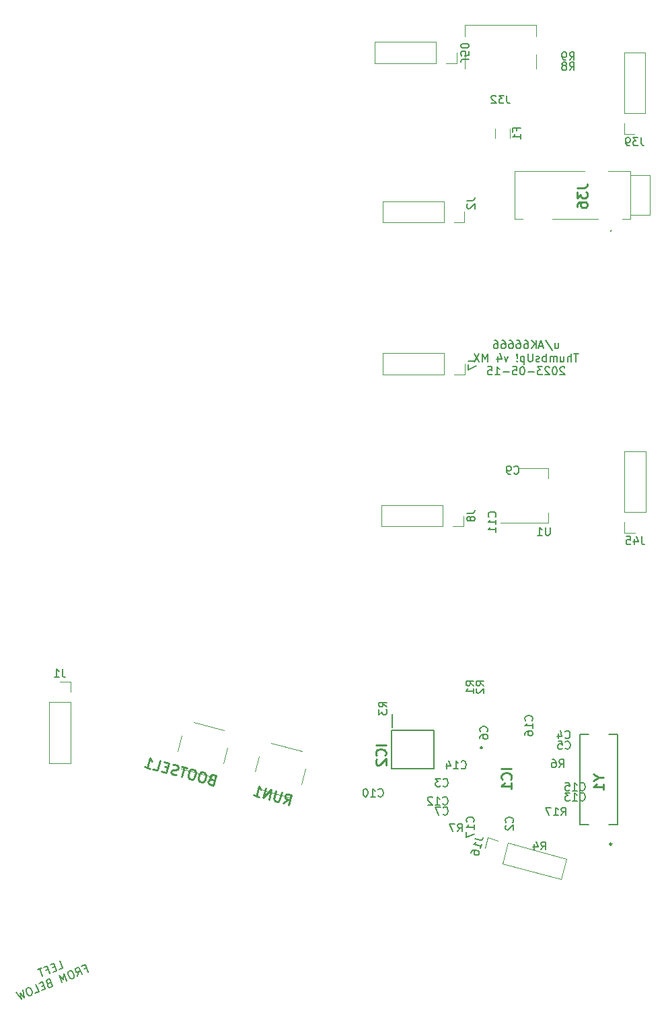
<source format=gbr>
G04 #@! TF.GenerationSoftware,KiCad,Pcbnew,(5.1.4)-1*
G04 #@! TF.CreationDate,2023-05-19T09:13:52-04:00*
G04 #@! TF.ProjectId,ThumbsUp,5468756d-6273-4557-902e-6b696361645f,rev?*
G04 #@! TF.SameCoordinates,Original*
G04 #@! TF.FileFunction,Legend,Bot*
G04 #@! TF.FilePolarity,Positive*
%FSLAX46Y46*%
G04 Gerber Fmt 4.6, Leading zero omitted, Abs format (unit mm)*
G04 Created by KiCad (PCBNEW (5.1.4)-1) date 2023-05-19 09:13:52*
%MOMM*%
%LPD*%
G04 APERTURE LIST*
%ADD10C,0.150000*%
%ADD11C,0.100000*%
%ADD12C,0.120000*%
%ADD13C,0.200000*%
%ADD14C,0.254000*%
G04 APERTURE END LIST*
D10*
X118819047Y-407335714D02*
X118819047Y-408002380D01*
X119247619Y-407335714D02*
X119247619Y-407859523D01*
X119200000Y-407954761D01*
X119104761Y-408002380D01*
X118961904Y-408002380D01*
X118866666Y-407954761D01*
X118819047Y-407907142D01*
X117628571Y-406954761D02*
X118485714Y-408240476D01*
X117342857Y-407716666D02*
X116866666Y-407716666D01*
X117438095Y-408002380D02*
X117104761Y-407002380D01*
X116771428Y-408002380D01*
X116438095Y-408002380D02*
X116438095Y-407002380D01*
X115866666Y-408002380D02*
X116295238Y-407430952D01*
X115866666Y-407002380D02*
X116438095Y-407573809D01*
X115009523Y-407002380D02*
X115200000Y-407002380D01*
X115295238Y-407050000D01*
X115342857Y-407097619D01*
X115438095Y-407240476D01*
X115485714Y-407430952D01*
X115485714Y-407811904D01*
X115438095Y-407907142D01*
X115390476Y-407954761D01*
X115295238Y-408002380D01*
X115104761Y-408002380D01*
X115009523Y-407954761D01*
X114961904Y-407907142D01*
X114914285Y-407811904D01*
X114914285Y-407573809D01*
X114961904Y-407478571D01*
X115009523Y-407430952D01*
X115104761Y-407383333D01*
X115295238Y-407383333D01*
X115390476Y-407430952D01*
X115438095Y-407478571D01*
X115485714Y-407573809D01*
X114057142Y-407002380D02*
X114247619Y-407002380D01*
X114342857Y-407050000D01*
X114390476Y-407097619D01*
X114485714Y-407240476D01*
X114533333Y-407430952D01*
X114533333Y-407811904D01*
X114485714Y-407907142D01*
X114438095Y-407954761D01*
X114342857Y-408002380D01*
X114152380Y-408002380D01*
X114057142Y-407954761D01*
X114009523Y-407907142D01*
X113961904Y-407811904D01*
X113961904Y-407573809D01*
X114009523Y-407478571D01*
X114057142Y-407430952D01*
X114152380Y-407383333D01*
X114342857Y-407383333D01*
X114438095Y-407430952D01*
X114485714Y-407478571D01*
X114533333Y-407573809D01*
X113104761Y-407002380D02*
X113295238Y-407002380D01*
X113390476Y-407050000D01*
X113438095Y-407097619D01*
X113533333Y-407240476D01*
X113580952Y-407430952D01*
X113580952Y-407811904D01*
X113533333Y-407907142D01*
X113485714Y-407954761D01*
X113390476Y-408002380D01*
X113200000Y-408002380D01*
X113104761Y-407954761D01*
X113057142Y-407907142D01*
X113009523Y-407811904D01*
X113009523Y-407573809D01*
X113057142Y-407478571D01*
X113104761Y-407430952D01*
X113200000Y-407383333D01*
X113390476Y-407383333D01*
X113485714Y-407430952D01*
X113533333Y-407478571D01*
X113580952Y-407573809D01*
X112152380Y-407002380D02*
X112342857Y-407002380D01*
X112438095Y-407050000D01*
X112485714Y-407097619D01*
X112580952Y-407240476D01*
X112628571Y-407430952D01*
X112628571Y-407811904D01*
X112580952Y-407907142D01*
X112533333Y-407954761D01*
X112438095Y-408002380D01*
X112247619Y-408002380D01*
X112152380Y-407954761D01*
X112104761Y-407907142D01*
X112057142Y-407811904D01*
X112057142Y-407573809D01*
X112104761Y-407478571D01*
X112152380Y-407430952D01*
X112247619Y-407383333D01*
X112438095Y-407383333D01*
X112533333Y-407430952D01*
X112580952Y-407478571D01*
X112628571Y-407573809D01*
X111200000Y-407002380D02*
X111390476Y-407002380D01*
X111485714Y-407050000D01*
X111533333Y-407097619D01*
X111628571Y-407240476D01*
X111676190Y-407430952D01*
X111676190Y-407811904D01*
X111628571Y-407907142D01*
X111580952Y-407954761D01*
X111485714Y-408002380D01*
X111295238Y-408002380D01*
X111200000Y-407954761D01*
X111152380Y-407907142D01*
X111104761Y-407811904D01*
X111104761Y-407573809D01*
X111152380Y-407478571D01*
X111200000Y-407430952D01*
X111295238Y-407383333D01*
X111485714Y-407383333D01*
X111580952Y-407430952D01*
X111628571Y-407478571D01*
X111676190Y-407573809D01*
X121795238Y-408652380D02*
X121223809Y-408652380D01*
X121509523Y-409652380D02*
X121509523Y-408652380D01*
X120890476Y-409652380D02*
X120890476Y-408652380D01*
X120461904Y-409652380D02*
X120461904Y-409128571D01*
X120509523Y-409033333D01*
X120604761Y-408985714D01*
X120747619Y-408985714D01*
X120842857Y-409033333D01*
X120890476Y-409080952D01*
X119557142Y-408985714D02*
X119557142Y-409652380D01*
X119985714Y-408985714D02*
X119985714Y-409509523D01*
X119938095Y-409604761D01*
X119842857Y-409652380D01*
X119700000Y-409652380D01*
X119604761Y-409604761D01*
X119557142Y-409557142D01*
X119080952Y-409652380D02*
X119080952Y-408985714D01*
X119080952Y-409080952D02*
X119033333Y-409033333D01*
X118938095Y-408985714D01*
X118795238Y-408985714D01*
X118700000Y-409033333D01*
X118652380Y-409128571D01*
X118652380Y-409652380D01*
X118652380Y-409128571D02*
X118604761Y-409033333D01*
X118509523Y-408985714D01*
X118366666Y-408985714D01*
X118271428Y-409033333D01*
X118223809Y-409128571D01*
X118223809Y-409652380D01*
X117747619Y-409652380D02*
X117747619Y-408652380D01*
X117747619Y-409033333D02*
X117652380Y-408985714D01*
X117461904Y-408985714D01*
X117366666Y-409033333D01*
X117319047Y-409080952D01*
X117271428Y-409176190D01*
X117271428Y-409461904D01*
X117319047Y-409557142D01*
X117366666Y-409604761D01*
X117461904Y-409652380D01*
X117652380Y-409652380D01*
X117747619Y-409604761D01*
X116890476Y-409604761D02*
X116795238Y-409652380D01*
X116604761Y-409652380D01*
X116509523Y-409604761D01*
X116461904Y-409509523D01*
X116461904Y-409461904D01*
X116509523Y-409366666D01*
X116604761Y-409319047D01*
X116747619Y-409319047D01*
X116842857Y-409271428D01*
X116890476Y-409176190D01*
X116890476Y-409128571D01*
X116842857Y-409033333D01*
X116747619Y-408985714D01*
X116604761Y-408985714D01*
X116509523Y-409033333D01*
X116033333Y-408652380D02*
X116033333Y-409461904D01*
X115985714Y-409557142D01*
X115938095Y-409604761D01*
X115842857Y-409652380D01*
X115652380Y-409652380D01*
X115557142Y-409604761D01*
X115509523Y-409557142D01*
X115461904Y-409461904D01*
X115461904Y-408652380D01*
X114985714Y-408985714D02*
X114985714Y-409985714D01*
X114985714Y-409033333D02*
X114890476Y-408985714D01*
X114700000Y-408985714D01*
X114604761Y-409033333D01*
X114557142Y-409080952D01*
X114509523Y-409176190D01*
X114509523Y-409461904D01*
X114557142Y-409557142D01*
X114604761Y-409604761D01*
X114700000Y-409652380D01*
X114890476Y-409652380D01*
X114985714Y-409604761D01*
X114080952Y-409557142D02*
X114033333Y-409604761D01*
X114080952Y-409652380D01*
X114128571Y-409604761D01*
X114080952Y-409557142D01*
X114080952Y-409652380D01*
X114080952Y-409271428D02*
X114128571Y-408700000D01*
X114080952Y-408652380D01*
X114033333Y-408700000D01*
X114080952Y-409271428D01*
X114080952Y-408652380D01*
X112938095Y-408985714D02*
X112700000Y-409652380D01*
X112461904Y-408985714D01*
X111652380Y-408985714D02*
X111652380Y-409652380D01*
X111890476Y-408604761D02*
X112128571Y-409319047D01*
X111509523Y-409319047D01*
X110366666Y-409652380D02*
X110366666Y-408652380D01*
X110033333Y-409366666D01*
X109700000Y-408652380D01*
X109700000Y-409652380D01*
X109319047Y-408652380D02*
X108652380Y-409652380D01*
X108652380Y-408652380D02*
X109319047Y-409652380D01*
X120057142Y-410397619D02*
X120009523Y-410350000D01*
X119914285Y-410302380D01*
X119676190Y-410302380D01*
X119580952Y-410350000D01*
X119533333Y-410397619D01*
X119485714Y-410492857D01*
X119485714Y-410588095D01*
X119533333Y-410730952D01*
X120104761Y-411302380D01*
X119485714Y-411302380D01*
X118866666Y-410302380D02*
X118771428Y-410302380D01*
X118676190Y-410350000D01*
X118628571Y-410397619D01*
X118580952Y-410492857D01*
X118533333Y-410683333D01*
X118533333Y-410921428D01*
X118580952Y-411111904D01*
X118628571Y-411207142D01*
X118676190Y-411254761D01*
X118771428Y-411302380D01*
X118866666Y-411302380D01*
X118961904Y-411254761D01*
X119009523Y-411207142D01*
X119057142Y-411111904D01*
X119104761Y-410921428D01*
X119104761Y-410683333D01*
X119057142Y-410492857D01*
X119009523Y-410397619D01*
X118961904Y-410350000D01*
X118866666Y-410302380D01*
X118152380Y-410397619D02*
X118104761Y-410350000D01*
X118009523Y-410302380D01*
X117771428Y-410302380D01*
X117676190Y-410350000D01*
X117628571Y-410397619D01*
X117580952Y-410492857D01*
X117580952Y-410588095D01*
X117628571Y-410730952D01*
X118200000Y-411302380D01*
X117580952Y-411302380D01*
X117247619Y-410302380D02*
X116628571Y-410302380D01*
X116961904Y-410683333D01*
X116819047Y-410683333D01*
X116723809Y-410730952D01*
X116676190Y-410778571D01*
X116628571Y-410873809D01*
X116628571Y-411111904D01*
X116676190Y-411207142D01*
X116723809Y-411254761D01*
X116819047Y-411302380D01*
X117104761Y-411302380D01*
X117200000Y-411254761D01*
X117247619Y-411207142D01*
X116200000Y-410921428D02*
X115438095Y-410921428D01*
X114771428Y-410302380D02*
X114676190Y-410302380D01*
X114580952Y-410350000D01*
X114533333Y-410397619D01*
X114485714Y-410492857D01*
X114438095Y-410683333D01*
X114438095Y-410921428D01*
X114485714Y-411111904D01*
X114533333Y-411207142D01*
X114580952Y-411254761D01*
X114676190Y-411302380D01*
X114771428Y-411302380D01*
X114866666Y-411254761D01*
X114914285Y-411207142D01*
X114961904Y-411111904D01*
X115009523Y-410921428D01*
X115009523Y-410683333D01*
X114961904Y-410492857D01*
X114914285Y-410397619D01*
X114866666Y-410350000D01*
X114771428Y-410302380D01*
X113533333Y-410302380D02*
X114009523Y-410302380D01*
X114057142Y-410778571D01*
X114009523Y-410730952D01*
X113914285Y-410683333D01*
X113676190Y-410683333D01*
X113580952Y-410730952D01*
X113533333Y-410778571D01*
X113485714Y-410873809D01*
X113485714Y-411111904D01*
X113533333Y-411207142D01*
X113580952Y-411254761D01*
X113676190Y-411302380D01*
X113914285Y-411302380D01*
X114009523Y-411254761D01*
X114057142Y-411207142D01*
X113057142Y-410921428D02*
X112295238Y-410921428D01*
X111295238Y-411302380D02*
X111866666Y-411302380D01*
X111580952Y-411302380D02*
X111580952Y-410302380D01*
X111676190Y-410445238D01*
X111771428Y-410540476D01*
X111866666Y-410588095D01*
X110390476Y-410302380D02*
X110866666Y-410302380D01*
X110914285Y-410778571D01*
X110866666Y-410730952D01*
X110771428Y-410683333D01*
X110533333Y-410683333D01*
X110438095Y-410730952D01*
X110390476Y-410778571D01*
X110342857Y-410873809D01*
X110342857Y-411111904D01*
X110390476Y-411207142D01*
X110438095Y-411254761D01*
X110533333Y-411302380D01*
X110771428Y-411302380D01*
X110866666Y-411254761D01*
X110914285Y-411207142D01*
X56436513Y-486053139D02*
X56878029Y-485874755D01*
X56503422Y-484947571D01*
X55931229Y-485692340D02*
X55622167Y-485817209D01*
X55685935Y-486356392D02*
X56127451Y-486178008D01*
X55752845Y-485250824D01*
X55311329Y-485429208D01*
X54783287Y-486156139D02*
X55092348Y-486031270D01*
X55288571Y-486516938D02*
X54913964Y-485589754D01*
X54472448Y-485768138D01*
X54251690Y-485857330D02*
X53721870Y-486071391D01*
X54361387Y-486891545D02*
X53986780Y-485964361D01*
X59595791Y-485991343D02*
X59904852Y-485866474D01*
X60101075Y-486352142D02*
X59726468Y-485424958D01*
X59284952Y-485603342D01*
X58776526Y-486887294D02*
X58907204Y-486320909D01*
X59306346Y-486673233D02*
X58931739Y-485746050D01*
X58578526Y-485888757D01*
X58508061Y-485968585D01*
X58481748Y-486030575D01*
X58473273Y-486136717D01*
X58526789Y-486269172D01*
X58606617Y-486339637D01*
X58668607Y-486365950D01*
X58774749Y-486374425D01*
X59127962Y-486231717D01*
X57827949Y-486192010D02*
X57651342Y-486263364D01*
X57580878Y-486343192D01*
X57528251Y-486467172D01*
X57555453Y-486661617D01*
X57680322Y-486970678D01*
X57795827Y-487129446D01*
X57919807Y-487182073D01*
X58025949Y-487190547D01*
X58202555Y-487119194D01*
X58273020Y-487039365D01*
X58325647Y-486915385D01*
X58298445Y-486720940D01*
X58173576Y-486411879D01*
X58058071Y-486253111D01*
X57934090Y-486200485D01*
X57827949Y-486192010D01*
X57407826Y-487440285D02*
X57033220Y-486513101D01*
X56991735Y-487300244D01*
X56415097Y-486762839D01*
X56789704Y-487690023D01*
X55136478Y-487793023D02*
X55021862Y-487890689D01*
X54995549Y-487952679D01*
X54987074Y-488058821D01*
X55040589Y-488191276D01*
X55120417Y-488261741D01*
X55182407Y-488288054D01*
X55288549Y-488296529D01*
X55641762Y-488153821D01*
X55267155Y-487226638D01*
X54958094Y-487351506D01*
X54887629Y-487431335D01*
X54861316Y-487493325D01*
X54852841Y-487599467D01*
X54888518Y-487687770D01*
X54968346Y-487758235D01*
X55030337Y-487784548D01*
X55136478Y-487793023D01*
X55445539Y-487668154D01*
X54518356Y-488042760D02*
X54209294Y-488167629D01*
X54273062Y-488706812D02*
X54714578Y-488528428D01*
X54339971Y-487601244D01*
X53898455Y-487779628D01*
X53434181Y-489045742D02*
X53875697Y-488867358D01*
X53501091Y-487940174D01*
X52573907Y-488314781D02*
X52397301Y-488386134D01*
X52326836Y-488465963D01*
X52274209Y-488589943D01*
X52301411Y-488784388D01*
X52426280Y-489093449D01*
X52541785Y-489252217D01*
X52665766Y-489304843D01*
X52771907Y-489313318D01*
X52948514Y-489241964D01*
X53018978Y-489162136D01*
X53071605Y-489038156D01*
X53044403Y-488843711D01*
X52919534Y-488534650D01*
X52804029Y-488375882D01*
X52680049Y-488323255D01*
X52573907Y-488314781D01*
X51867481Y-488600195D02*
X52021330Y-489616571D01*
X51577147Y-489025650D01*
X51668117Y-489759278D01*
X51072752Y-488921286D01*
D11*
X86910920Y-462746986D02*
X87431929Y-460816041D01*
X81118085Y-461183959D02*
X81639094Y-459253014D01*
X81562548Y-463375409D02*
X85424439Y-464417427D01*
X83125575Y-457582573D02*
X86987466Y-458624591D01*
X77133175Y-460146986D02*
X77654184Y-458216041D01*
X71340340Y-458583959D02*
X71861349Y-456653014D01*
X71784803Y-460775409D02*
X75646694Y-461817427D01*
X73347830Y-454982573D02*
X77209721Y-456024591D01*
D12*
X106460000Y-372150000D02*
X106460000Y-370820000D01*
X105130000Y-372150000D02*
X106460000Y-372150000D01*
X103860000Y-372150000D02*
X103860000Y-369490000D01*
X103860000Y-369490000D02*
X96180000Y-369490000D01*
X103860000Y-372150000D02*
X96180000Y-372150000D01*
X96180000Y-372150000D02*
X96180000Y-369490000D01*
X107510000Y-372835000D02*
X107510000Y-371035000D01*
X107510000Y-367325000D02*
X107510000Y-368785000D01*
X116450000Y-367325000D02*
X116450000Y-368785000D01*
X116450000Y-372835000D02*
X116450000Y-371035000D01*
X116450000Y-367325000D02*
X107510000Y-367325000D01*
D13*
X125900000Y-393150000D02*
G75*
G03X125900000Y-393250000I0J-50000D01*
G01*
X125900000Y-393250000D02*
G75*
G03X125900000Y-393150000I0J50000D01*
G01*
X125900000Y-393150000D02*
G75*
G03X125900000Y-393250000I0J-50000D01*
G01*
X125900000Y-393250000D02*
X125900000Y-393250000D01*
X125900000Y-393150000D02*
X125900000Y-393150000D01*
X125900000Y-393250000D02*
X125900000Y-393250000D01*
D11*
X124300000Y-391725000D02*
X118550000Y-391725000D01*
X124300000Y-391725000D02*
X124300000Y-391725000D01*
X118550000Y-391725000D02*
X124300000Y-391725000D01*
X118550000Y-391725000D02*
X118550000Y-391725000D01*
X114800000Y-391725000D02*
X113800000Y-391725000D01*
X114800000Y-391725000D02*
X114800000Y-391725000D01*
X113800000Y-391725000D02*
X114800000Y-391725000D01*
X113800000Y-391725000D02*
X113800000Y-391725000D01*
X113800000Y-385725000D02*
X113800000Y-385725000D01*
X113800000Y-391725000D02*
X113800000Y-385725000D01*
X113800000Y-391725000D02*
X113800000Y-391725000D01*
X113800000Y-385725000D02*
X113800000Y-391725000D01*
X113800000Y-385725000D02*
X122550000Y-385725000D01*
X113800000Y-385725000D02*
X113800000Y-385725000D01*
X122550000Y-385725000D02*
X113800000Y-385725000D01*
X122550000Y-385725000D02*
X122550000Y-385725000D01*
X125550000Y-385725000D02*
X128300000Y-385725000D01*
X125550000Y-385725000D02*
X125550000Y-385725000D01*
X128300000Y-385725000D02*
X125550000Y-385725000D01*
X128300000Y-385725000D02*
X128300000Y-385725000D01*
X128300000Y-386200000D02*
X128300000Y-386200000D01*
X128300000Y-385725000D02*
X128300000Y-386200000D01*
X128300000Y-385725000D02*
X128300000Y-385725000D01*
X128300000Y-386200000D02*
X128300000Y-385725000D01*
X130800000Y-391250000D02*
X128300000Y-391250000D01*
X130800000Y-386225000D02*
X130800000Y-391250000D01*
X128300000Y-386225000D02*
X130800000Y-386225000D01*
X128300000Y-391250000D02*
X128300000Y-386225000D01*
X128300000Y-391725000D02*
X128300000Y-391725000D01*
X128300000Y-391250000D02*
X128300000Y-391725000D01*
X128300000Y-391250000D02*
X128300000Y-391250000D01*
X128300000Y-391725000D02*
X128300000Y-391250000D01*
X128300000Y-391725000D02*
X127300000Y-391725000D01*
X128300000Y-391725000D02*
X128300000Y-391725000D01*
X127300000Y-391725000D02*
X128300000Y-391725000D01*
X127300000Y-391725000D02*
X127300000Y-391725000D01*
D12*
X127546095Y-381048305D02*
X128876095Y-381048305D01*
X127546095Y-379718305D02*
X127546095Y-381048305D01*
X127546095Y-378448305D02*
X130206095Y-378448305D01*
X130206095Y-378448305D02*
X130206095Y-370768305D01*
X127546095Y-378448305D02*
X127546095Y-370768305D01*
X127546095Y-370768305D02*
X130206095Y-370768305D01*
X127610599Y-431174893D02*
X128940599Y-431174893D01*
X127610599Y-429844893D02*
X127610599Y-431174893D01*
X127610599Y-428574893D02*
X130270599Y-428574893D01*
X130270599Y-428574893D02*
X130270599Y-420894893D01*
X127610599Y-428574893D02*
X127610599Y-420894893D01*
X127610599Y-420894893D02*
X130270599Y-420894893D01*
X57862789Y-449862952D02*
X56532789Y-449862952D01*
X57862789Y-451192952D02*
X57862789Y-449862952D01*
X57862789Y-452462952D02*
X55202789Y-452462952D01*
X55202789Y-452462952D02*
X55202789Y-460142952D01*
X57862789Y-452462952D02*
X57862789Y-460142952D01*
X57862789Y-460142952D02*
X55202789Y-460142952D01*
X107326974Y-430350972D02*
X107326974Y-429020972D01*
X105996974Y-430350972D02*
X107326974Y-430350972D01*
X104726974Y-430350972D02*
X104726974Y-427690972D01*
X104726974Y-427690972D02*
X97046974Y-427690972D01*
X104726974Y-430350972D02*
X97046974Y-430350972D01*
X97046974Y-430350972D02*
X97046974Y-427690972D01*
X107459278Y-392148375D02*
X107459278Y-390818375D01*
X106129278Y-392148375D02*
X107459278Y-392148375D01*
X104859278Y-392148375D02*
X104859278Y-389488375D01*
X104859278Y-389488375D02*
X97179278Y-389488375D01*
X104859278Y-392148375D02*
X97179278Y-392148375D01*
X97179278Y-392148375D02*
X97179278Y-389488375D01*
X107484161Y-411265202D02*
X107484161Y-409935202D01*
X106154161Y-411265202D02*
X107484161Y-411265202D01*
X104884161Y-411265202D02*
X104884161Y-408605202D01*
X104884161Y-408605202D02*
X97204161Y-408605202D01*
X104884161Y-411265202D02*
X97204161Y-411265202D01*
X97204161Y-411265202D02*
X97204161Y-408605202D01*
X110392338Y-469484041D02*
X110048109Y-470768723D01*
X111677019Y-469828271D02*
X110392338Y-469484041D01*
X112903745Y-470156971D02*
X112215286Y-472726334D01*
X112215286Y-472726334D02*
X119633597Y-474714064D01*
X112903745Y-470156971D02*
X120322055Y-472144701D01*
X120322055Y-472144701D02*
X119633597Y-474714064D01*
D14*
X125985880Y-470280000D02*
G75*
G03X125985880Y-470280000I-125880J0D01*
G01*
D13*
X126750000Y-456475000D02*
X125650000Y-456475000D01*
X121950000Y-456475000D02*
X123050000Y-456475000D01*
X121950000Y-467875000D02*
X123050000Y-467875000D01*
X126750000Y-467875000D02*
X125650000Y-467875000D01*
X121950000Y-467875000D02*
X121950000Y-456475000D01*
X126750000Y-467875000D02*
X126750000Y-456475000D01*
D12*
X111975000Y-429910000D02*
X117985000Y-429910000D01*
X114225000Y-423090000D02*
X117985000Y-423090000D01*
X117985000Y-429910000D02*
X117985000Y-428650000D01*
X117985000Y-423090000D02*
X117985000Y-424350000D01*
D13*
X98370000Y-453985000D02*
X98370000Y-455635000D01*
X103590000Y-455985000D02*
X98310000Y-455985000D01*
X103590000Y-460835000D02*
X103590000Y-455985000D01*
X98310000Y-460835000D02*
X103590000Y-460835000D01*
X98310000Y-455985000D02*
X98310000Y-460835000D01*
D14*
X109700000Y-458175000D02*
G75*
G03X109700000Y-458175000I-100000J0D01*
G01*
D12*
X111340000Y-381552064D02*
X111340000Y-380347936D01*
X113160000Y-381552064D02*
X113160000Y-380347936D01*
D14*
X84639230Y-465156422D02*
X85205490Y-464682821D01*
X85339887Y-465345474D02*
X85670728Y-464119323D01*
X85203623Y-463993289D01*
X85071093Y-464020168D01*
X84996950Y-464062802D01*
X84907054Y-464163824D01*
X84859791Y-464338988D01*
X84886670Y-464471519D01*
X84929304Y-464545661D01*
X85030326Y-464635558D01*
X85497431Y-464761592D01*
X84444578Y-463788483D02*
X84176754Y-464781080D01*
X84086858Y-464882102D01*
X84012715Y-464924736D01*
X83880185Y-464951616D01*
X83646632Y-464888598D01*
X83545610Y-464798701D01*
X83502977Y-464724559D01*
X83476097Y-464592029D01*
X83743921Y-463599431D01*
X82829199Y-464668038D02*
X83160040Y-463441888D01*
X82128542Y-464478986D01*
X82459382Y-463252836D01*
X80902391Y-464148145D02*
X81603049Y-464337197D01*
X81252720Y-464242671D02*
X81583561Y-463016521D01*
X81653074Y-463223194D01*
X81738342Y-463371479D01*
X81839363Y-463461375D01*
X75606440Y-462160080D02*
X75415521Y-462171205D01*
X75341379Y-462213839D01*
X75251482Y-462314860D01*
X75204219Y-462490025D01*
X75231099Y-462622555D01*
X75273733Y-462696698D01*
X75374754Y-462786594D01*
X75841859Y-462912629D01*
X76172700Y-461686479D01*
X75763983Y-461576199D01*
X75631453Y-461603078D01*
X75557310Y-461645712D01*
X75467414Y-461746734D01*
X75435905Y-461863510D01*
X75462784Y-461996040D01*
X75505418Y-462070183D01*
X75606440Y-462160080D01*
X76015157Y-462270360D01*
X74712997Y-461292621D02*
X74479445Y-461229604D01*
X74346914Y-461256483D01*
X74198630Y-461341751D01*
X74077224Y-461559549D01*
X73966944Y-461968265D01*
X73962315Y-462217572D01*
X74047582Y-462365857D01*
X74148604Y-462455754D01*
X74382157Y-462518771D01*
X74514687Y-462491892D01*
X74662972Y-462406624D01*
X74784377Y-462188826D01*
X74894658Y-461780109D01*
X74899287Y-461530802D01*
X74814019Y-461382518D01*
X74712997Y-461292621D01*
X73428459Y-460946026D02*
X73194907Y-460883008D01*
X73062376Y-460909888D01*
X72914091Y-460995156D01*
X72792686Y-461212954D01*
X72682406Y-461621670D01*
X72677776Y-461870977D01*
X72763044Y-462019262D01*
X72864066Y-462109159D01*
X73097618Y-462172176D01*
X73230149Y-462145297D01*
X73378434Y-462060029D01*
X73499839Y-461842231D01*
X73610119Y-461433514D01*
X73614748Y-461184207D01*
X73529481Y-461035923D01*
X73428459Y-460946026D01*
X72552637Y-460709711D02*
X71851980Y-460520659D01*
X71871468Y-461841335D02*
X72202309Y-460615185D01*
X71186565Y-461593895D02*
X70995646Y-461605020D01*
X70703706Y-461526249D01*
X70602684Y-461436352D01*
X70560050Y-461362210D01*
X70533171Y-461229679D01*
X70564679Y-461112903D01*
X70654576Y-461011881D01*
X70728719Y-460969247D01*
X70861249Y-460942368D01*
X71110556Y-460946997D01*
X71243086Y-460920118D01*
X71317229Y-460877484D01*
X71407126Y-460776462D01*
X71438634Y-460659686D01*
X71411755Y-460527155D01*
X71369121Y-460453013D01*
X71268099Y-460363116D01*
X70976159Y-460284344D01*
X70785240Y-460295469D01*
X70117958Y-460679174D02*
X69709241Y-460568893D01*
X69360779Y-461163900D02*
X69944661Y-461321443D01*
X70275501Y-460095292D01*
X69691620Y-459937749D01*
X68251405Y-460864567D02*
X68835286Y-461022111D01*
X69166127Y-459795960D01*
X67200420Y-460580990D02*
X67901077Y-460770041D01*
X67550748Y-460675516D02*
X67881589Y-459449365D01*
X67951102Y-459656038D01*
X68036370Y-459804323D01*
X68137392Y-459894220D01*
D10*
X119642857Y-466682380D02*
X119976190Y-466206190D01*
X120214285Y-466682380D02*
X120214285Y-465682380D01*
X119833333Y-465682380D01*
X119738095Y-465730000D01*
X119690476Y-465777619D01*
X119642857Y-465872857D01*
X119642857Y-466015714D01*
X119690476Y-466110952D01*
X119738095Y-466158571D01*
X119833333Y-466206190D01*
X120214285Y-466206190D01*
X118690476Y-466682380D02*
X119261904Y-466682380D01*
X118976190Y-466682380D02*
X118976190Y-465682380D01*
X119071428Y-465825238D01*
X119166666Y-465920476D01*
X119261904Y-465968095D01*
X118357142Y-465682380D02*
X117690476Y-465682380D01*
X118119047Y-466682380D01*
X108007619Y-371629523D02*
X107293333Y-371629523D01*
X107150476Y-371677142D01*
X107055238Y-371772380D01*
X107007619Y-371915238D01*
X107007619Y-372010476D01*
X108007619Y-370677142D02*
X108007619Y-371153333D01*
X107531428Y-371200952D01*
X107579047Y-371153333D01*
X107626666Y-371058095D01*
X107626666Y-370820000D01*
X107579047Y-370724761D01*
X107531428Y-370677142D01*
X107436190Y-370629523D01*
X107198095Y-370629523D01*
X107102857Y-370677142D01*
X107055238Y-370724761D01*
X107007619Y-370820000D01*
X107007619Y-371058095D01*
X107055238Y-371153333D01*
X107102857Y-371200952D01*
X108007619Y-370010476D02*
X108007619Y-369915238D01*
X107960000Y-369820000D01*
X107912380Y-369772380D01*
X107817142Y-369724761D01*
X107626666Y-369677142D01*
X107388571Y-369677142D01*
X107198095Y-369724761D01*
X107102857Y-369772380D01*
X107055238Y-369820000D01*
X107007619Y-369915238D01*
X107007619Y-370010476D01*
X107055238Y-370105714D01*
X107102857Y-370153333D01*
X107198095Y-370200952D01*
X107388571Y-370248571D01*
X107626666Y-370248571D01*
X107817142Y-370200952D01*
X107912380Y-370153333D01*
X107960000Y-370105714D01*
X108007619Y-370010476D01*
X117076666Y-470997380D02*
X117410000Y-470521190D01*
X117648095Y-470997380D02*
X117648095Y-469997380D01*
X117267142Y-469997380D01*
X117171904Y-470045000D01*
X117124285Y-470092619D01*
X117076666Y-470187857D01*
X117076666Y-470330714D01*
X117124285Y-470425952D01*
X117171904Y-470473571D01*
X117267142Y-470521190D01*
X117648095Y-470521190D01*
X116219523Y-470330714D02*
X116219523Y-470997380D01*
X116457619Y-469949761D02*
X116695714Y-470664047D01*
X116076666Y-470664047D01*
X109917380Y-450369333D02*
X109441190Y-450036000D01*
X109917380Y-449797904D02*
X108917380Y-449797904D01*
X108917380Y-450178857D01*
X108965000Y-450274095D01*
X109012619Y-450321714D01*
X109107857Y-450369333D01*
X109250714Y-450369333D01*
X109345952Y-450321714D01*
X109393571Y-450274095D01*
X109441190Y-450178857D01*
X109441190Y-449797904D01*
X109012619Y-450750285D02*
X108965000Y-450797904D01*
X108917380Y-450893142D01*
X108917380Y-451131238D01*
X108965000Y-451226476D01*
X109012619Y-451274095D01*
X109107857Y-451321714D01*
X109203095Y-451321714D01*
X109345952Y-451274095D01*
X109917380Y-450702666D01*
X109917380Y-451321714D01*
X108647380Y-450369333D02*
X108171190Y-450036000D01*
X108647380Y-449797904D02*
X107647380Y-449797904D01*
X107647380Y-450178857D01*
X107695000Y-450274095D01*
X107742619Y-450321714D01*
X107837857Y-450369333D01*
X107980714Y-450369333D01*
X108075952Y-450321714D01*
X108123571Y-450274095D01*
X108171190Y-450178857D01*
X108171190Y-449797904D01*
X108647380Y-451321714D02*
X108647380Y-450750285D01*
X108647380Y-451036000D02*
X107647380Y-451036000D01*
X107790238Y-450940761D01*
X107885476Y-450845523D01*
X107933095Y-450750285D01*
X120676666Y-371757380D02*
X121010000Y-371281190D01*
X121248095Y-371757380D02*
X121248095Y-370757380D01*
X120867142Y-370757380D01*
X120771904Y-370805000D01*
X120724285Y-370852619D01*
X120676666Y-370947857D01*
X120676666Y-371090714D01*
X120724285Y-371185952D01*
X120771904Y-371233571D01*
X120867142Y-371281190D01*
X121248095Y-371281190D01*
X120200476Y-371757380D02*
X120010000Y-371757380D01*
X119914761Y-371709761D01*
X119867142Y-371662142D01*
X119771904Y-371519285D01*
X119724285Y-371328809D01*
X119724285Y-370947857D01*
X119771904Y-370852619D01*
X119819523Y-370805000D01*
X119914761Y-370757380D01*
X120105238Y-370757380D01*
X120200476Y-370805000D01*
X120248095Y-370852619D01*
X120295714Y-370947857D01*
X120295714Y-371185952D01*
X120248095Y-371281190D01*
X120200476Y-371328809D01*
X120105238Y-371376428D01*
X119914761Y-371376428D01*
X119819523Y-371328809D01*
X119771904Y-371281190D01*
X119724285Y-371185952D01*
X120676666Y-373027380D02*
X121010000Y-372551190D01*
X121248095Y-373027380D02*
X121248095Y-372027380D01*
X120867142Y-372027380D01*
X120771904Y-372075000D01*
X120724285Y-372122619D01*
X120676666Y-372217857D01*
X120676666Y-372360714D01*
X120724285Y-372455952D01*
X120771904Y-372503571D01*
X120867142Y-372551190D01*
X121248095Y-372551190D01*
X120105238Y-372455952D02*
X120200476Y-372408333D01*
X120248095Y-372360714D01*
X120295714Y-372265476D01*
X120295714Y-372217857D01*
X120248095Y-372122619D01*
X120200476Y-372075000D01*
X120105238Y-372027380D01*
X119914761Y-372027380D01*
X119819523Y-372075000D01*
X119771904Y-372122619D01*
X119724285Y-372217857D01*
X119724285Y-372265476D01*
X119771904Y-372360714D01*
X119819523Y-372408333D01*
X119914761Y-372455952D01*
X120105238Y-372455952D01*
X120200476Y-372503571D01*
X120248095Y-372551190D01*
X120295714Y-372646428D01*
X120295714Y-372836904D01*
X120248095Y-372932142D01*
X120200476Y-372979761D01*
X120105238Y-373027380D01*
X119914761Y-373027380D01*
X119819523Y-372979761D01*
X119771904Y-372932142D01*
X119724285Y-372836904D01*
X119724285Y-372646428D01*
X119771904Y-372551190D01*
X119819523Y-372503571D01*
X119914761Y-372455952D01*
X111332142Y-429157142D02*
X111379761Y-429109523D01*
X111427380Y-428966666D01*
X111427380Y-428871428D01*
X111379761Y-428728571D01*
X111284523Y-428633333D01*
X111189285Y-428585714D01*
X110998809Y-428538095D01*
X110855952Y-428538095D01*
X110665476Y-428585714D01*
X110570238Y-428633333D01*
X110475000Y-428728571D01*
X110427380Y-428871428D01*
X110427380Y-428966666D01*
X110475000Y-429109523D01*
X110522619Y-429157142D01*
X111427380Y-430109523D02*
X111427380Y-429538095D01*
X111427380Y-429823809D02*
X110427380Y-429823809D01*
X110570238Y-429728571D01*
X110665476Y-429633333D01*
X110713095Y-429538095D01*
X111427380Y-431061904D02*
X111427380Y-430490476D01*
X111427380Y-430776190D02*
X110427380Y-430776190D01*
X110570238Y-430680952D01*
X110665476Y-430585714D01*
X110713095Y-430490476D01*
X106591666Y-468712380D02*
X106925000Y-468236190D01*
X107163095Y-468712380D02*
X107163095Y-467712380D01*
X106782142Y-467712380D01*
X106686904Y-467760000D01*
X106639285Y-467807619D01*
X106591666Y-467902857D01*
X106591666Y-468045714D01*
X106639285Y-468140952D01*
X106686904Y-468188571D01*
X106782142Y-468236190D01*
X107163095Y-468236190D01*
X106258333Y-467712380D02*
X105591666Y-467712380D01*
X106020238Y-468712380D01*
X119366666Y-460652380D02*
X119700000Y-460176190D01*
X119938095Y-460652380D02*
X119938095Y-459652380D01*
X119557142Y-459652380D01*
X119461904Y-459700000D01*
X119414285Y-459747619D01*
X119366666Y-459842857D01*
X119366666Y-459985714D01*
X119414285Y-460080952D01*
X119461904Y-460128571D01*
X119557142Y-460176190D01*
X119938095Y-460176190D01*
X118509523Y-459652380D02*
X118700000Y-459652380D01*
X118795238Y-459700000D01*
X118842857Y-459747619D01*
X118938095Y-459890476D01*
X118985714Y-460080952D01*
X118985714Y-460461904D01*
X118938095Y-460557142D01*
X118890476Y-460604761D01*
X118795238Y-460652380D01*
X118604761Y-460652380D01*
X118509523Y-460604761D01*
X118461904Y-460557142D01*
X118414285Y-460461904D01*
X118414285Y-460223809D01*
X118461904Y-460128571D01*
X118509523Y-460080952D01*
X118604761Y-460033333D01*
X118795238Y-460033333D01*
X118890476Y-460080952D01*
X118938095Y-460128571D01*
X118985714Y-460223809D01*
X97692380Y-453045333D02*
X97216190Y-452712000D01*
X97692380Y-452473904D02*
X96692380Y-452473904D01*
X96692380Y-452854857D01*
X96740000Y-452950095D01*
X96787619Y-452997714D01*
X96882857Y-453045333D01*
X97025714Y-453045333D01*
X97120952Y-452997714D01*
X97168571Y-452950095D01*
X97216190Y-452854857D01*
X97216190Y-452473904D01*
X96692380Y-453378666D02*
X96692380Y-453997714D01*
X97073333Y-453664380D01*
X97073333Y-453807238D01*
X97120952Y-453902476D01*
X97168571Y-453950095D01*
X97263809Y-453997714D01*
X97501904Y-453997714D01*
X97597142Y-453950095D01*
X97644761Y-453902476D01*
X97692380Y-453807238D01*
X97692380Y-453521523D01*
X97644761Y-453426285D01*
X97597142Y-453378666D01*
X108587142Y-467492142D02*
X108634761Y-467444523D01*
X108682380Y-467301666D01*
X108682380Y-467206428D01*
X108634761Y-467063571D01*
X108539523Y-466968333D01*
X108444285Y-466920714D01*
X108253809Y-466873095D01*
X108110952Y-466873095D01*
X107920476Y-466920714D01*
X107825238Y-466968333D01*
X107730000Y-467063571D01*
X107682380Y-467206428D01*
X107682380Y-467301666D01*
X107730000Y-467444523D01*
X107777619Y-467492142D01*
X108682380Y-468444523D02*
X108682380Y-467873095D01*
X108682380Y-468158809D02*
X107682380Y-468158809D01*
X107825238Y-468063571D01*
X107920476Y-467968333D01*
X107968095Y-467873095D01*
X107682380Y-468777857D02*
X107682380Y-469444523D01*
X108682380Y-469015952D01*
X115952142Y-454757142D02*
X115999761Y-454709523D01*
X116047380Y-454566666D01*
X116047380Y-454471428D01*
X115999761Y-454328571D01*
X115904523Y-454233333D01*
X115809285Y-454185714D01*
X115618809Y-454138095D01*
X115475952Y-454138095D01*
X115285476Y-454185714D01*
X115190238Y-454233333D01*
X115095000Y-454328571D01*
X115047380Y-454471428D01*
X115047380Y-454566666D01*
X115095000Y-454709523D01*
X115142619Y-454757142D01*
X116047380Y-455709523D02*
X116047380Y-455138095D01*
X116047380Y-455423809D02*
X115047380Y-455423809D01*
X115190238Y-455328571D01*
X115285476Y-455233333D01*
X115333095Y-455138095D01*
X115047380Y-456566666D02*
X115047380Y-456376190D01*
X115095000Y-456280952D01*
X115142619Y-456233333D01*
X115285476Y-456138095D01*
X115475952Y-456090476D01*
X115856904Y-456090476D01*
X115952142Y-456138095D01*
X115999761Y-456185714D01*
X116047380Y-456280952D01*
X116047380Y-456471428D01*
X115999761Y-456566666D01*
X115952142Y-456614285D01*
X115856904Y-456661904D01*
X115618809Y-456661904D01*
X115523571Y-456614285D01*
X115475952Y-456566666D01*
X115428333Y-456471428D01*
X115428333Y-456280952D01*
X115475952Y-456185714D01*
X115523571Y-456138095D01*
X115618809Y-456090476D01*
X122012857Y-463475142D02*
X122060476Y-463522761D01*
X122203333Y-463570380D01*
X122298571Y-463570380D01*
X122441428Y-463522761D01*
X122536666Y-463427523D01*
X122584285Y-463332285D01*
X122631904Y-463141809D01*
X122631904Y-462998952D01*
X122584285Y-462808476D01*
X122536666Y-462713238D01*
X122441428Y-462618000D01*
X122298571Y-462570380D01*
X122203333Y-462570380D01*
X122060476Y-462618000D01*
X122012857Y-462665619D01*
X121060476Y-463570380D02*
X121631904Y-463570380D01*
X121346190Y-463570380D02*
X121346190Y-462570380D01*
X121441428Y-462713238D01*
X121536666Y-462808476D01*
X121631904Y-462856095D01*
X120155714Y-462570380D02*
X120631904Y-462570380D01*
X120679523Y-463046571D01*
X120631904Y-462998952D01*
X120536666Y-462951333D01*
X120298571Y-462951333D01*
X120203333Y-462998952D01*
X120155714Y-463046571D01*
X120108095Y-463141809D01*
X120108095Y-463379904D01*
X120155714Y-463475142D01*
X120203333Y-463522761D01*
X120298571Y-463570380D01*
X120536666Y-463570380D01*
X120631904Y-463522761D01*
X120679523Y-463475142D01*
X107057857Y-460737142D02*
X107105476Y-460784761D01*
X107248333Y-460832380D01*
X107343571Y-460832380D01*
X107486428Y-460784761D01*
X107581666Y-460689523D01*
X107629285Y-460594285D01*
X107676904Y-460403809D01*
X107676904Y-460260952D01*
X107629285Y-460070476D01*
X107581666Y-459975238D01*
X107486428Y-459880000D01*
X107343571Y-459832380D01*
X107248333Y-459832380D01*
X107105476Y-459880000D01*
X107057857Y-459927619D01*
X106105476Y-460832380D02*
X106676904Y-460832380D01*
X106391190Y-460832380D02*
X106391190Y-459832380D01*
X106486428Y-459975238D01*
X106581666Y-460070476D01*
X106676904Y-460118095D01*
X105248333Y-460165714D02*
X105248333Y-460832380D01*
X105486428Y-459784761D02*
X105724523Y-460499047D01*
X105105476Y-460499047D01*
X122012857Y-464745142D02*
X122060476Y-464792761D01*
X122203333Y-464840380D01*
X122298571Y-464840380D01*
X122441428Y-464792761D01*
X122536666Y-464697523D01*
X122584285Y-464602285D01*
X122631904Y-464411809D01*
X122631904Y-464268952D01*
X122584285Y-464078476D01*
X122536666Y-463983238D01*
X122441428Y-463888000D01*
X122298571Y-463840380D01*
X122203333Y-463840380D01*
X122060476Y-463888000D01*
X122012857Y-463935619D01*
X121060476Y-464840380D02*
X121631904Y-464840380D01*
X121346190Y-464840380D02*
X121346190Y-463840380D01*
X121441428Y-463983238D01*
X121536666Y-464078476D01*
X121631904Y-464126095D01*
X120727142Y-463840380D02*
X120108095Y-463840380D01*
X120441428Y-464221333D01*
X120298571Y-464221333D01*
X120203333Y-464268952D01*
X120155714Y-464316571D01*
X120108095Y-464411809D01*
X120108095Y-464649904D01*
X120155714Y-464745142D01*
X120203333Y-464792761D01*
X120298571Y-464840380D01*
X120584285Y-464840380D01*
X120679523Y-464792761D01*
X120727142Y-464745142D01*
X104740857Y-465253142D02*
X104788476Y-465300761D01*
X104931333Y-465348380D01*
X105026571Y-465348380D01*
X105169428Y-465300761D01*
X105264666Y-465205523D01*
X105312285Y-465110285D01*
X105359904Y-464919809D01*
X105359904Y-464776952D01*
X105312285Y-464586476D01*
X105264666Y-464491238D01*
X105169428Y-464396000D01*
X105026571Y-464348380D01*
X104931333Y-464348380D01*
X104788476Y-464396000D01*
X104740857Y-464443619D01*
X103788476Y-465348380D02*
X104359904Y-465348380D01*
X104074190Y-465348380D02*
X104074190Y-464348380D01*
X104169428Y-464491238D01*
X104264666Y-464586476D01*
X104359904Y-464634095D01*
X103407523Y-464443619D02*
X103359904Y-464396000D01*
X103264666Y-464348380D01*
X103026571Y-464348380D01*
X102931333Y-464396000D01*
X102883714Y-464443619D01*
X102836095Y-464538857D01*
X102836095Y-464634095D01*
X102883714Y-464776952D01*
X103455142Y-465348380D01*
X102836095Y-465348380D01*
X96612857Y-464237142D02*
X96660476Y-464284761D01*
X96803333Y-464332380D01*
X96898571Y-464332380D01*
X97041428Y-464284761D01*
X97136666Y-464189523D01*
X97184285Y-464094285D01*
X97231904Y-463903809D01*
X97231904Y-463760952D01*
X97184285Y-463570476D01*
X97136666Y-463475238D01*
X97041428Y-463380000D01*
X96898571Y-463332380D01*
X96803333Y-463332380D01*
X96660476Y-463380000D01*
X96612857Y-463427619D01*
X95660476Y-464332380D02*
X96231904Y-464332380D01*
X95946190Y-464332380D02*
X95946190Y-463332380D01*
X96041428Y-463475238D01*
X96136666Y-463570476D01*
X96231904Y-463618095D01*
X95041428Y-463332380D02*
X94946190Y-463332380D01*
X94850952Y-463380000D01*
X94803333Y-463427619D01*
X94755714Y-463522857D01*
X94708095Y-463713333D01*
X94708095Y-463951428D01*
X94755714Y-464141904D01*
X94803333Y-464237142D01*
X94850952Y-464284761D01*
X94946190Y-464332380D01*
X95041428Y-464332380D01*
X95136666Y-464284761D01*
X95184285Y-464237142D01*
X95231904Y-464141904D01*
X95279523Y-463951428D01*
X95279523Y-463713333D01*
X95231904Y-463522857D01*
X95184285Y-463427619D01*
X95136666Y-463380000D01*
X95041428Y-463332380D01*
X113701666Y-423677142D02*
X113749285Y-423724761D01*
X113892142Y-423772380D01*
X113987380Y-423772380D01*
X114130238Y-423724761D01*
X114225476Y-423629523D01*
X114273095Y-423534285D01*
X114320714Y-423343809D01*
X114320714Y-423200952D01*
X114273095Y-423010476D01*
X114225476Y-422915238D01*
X114130238Y-422820000D01*
X113987380Y-422772380D01*
X113892142Y-422772380D01*
X113749285Y-422820000D01*
X113701666Y-422867619D01*
X113225476Y-423772380D02*
X113035000Y-423772380D01*
X112939761Y-423724761D01*
X112892142Y-423677142D01*
X112796904Y-423534285D01*
X112749285Y-423343809D01*
X112749285Y-422962857D01*
X112796904Y-422867619D01*
X112844523Y-422820000D01*
X112939761Y-422772380D01*
X113130238Y-422772380D01*
X113225476Y-422820000D01*
X113273095Y-422867619D01*
X113320714Y-422962857D01*
X113320714Y-423200952D01*
X113273095Y-423296190D01*
X113225476Y-423343809D01*
X113130238Y-423391428D01*
X112939761Y-423391428D01*
X112844523Y-423343809D01*
X112796904Y-423296190D01*
X112749285Y-423200952D01*
X104772666Y-466523142D02*
X104820285Y-466570761D01*
X104963142Y-466618380D01*
X105058380Y-466618380D01*
X105201238Y-466570761D01*
X105296476Y-466475523D01*
X105344095Y-466380285D01*
X105391714Y-466189809D01*
X105391714Y-466046952D01*
X105344095Y-465856476D01*
X105296476Y-465761238D01*
X105201238Y-465666000D01*
X105058380Y-465618380D01*
X104963142Y-465618380D01*
X104820285Y-465666000D01*
X104772666Y-465713619D01*
X104439333Y-465618380D02*
X103772666Y-465618380D01*
X104201238Y-466618380D01*
X110297142Y-456133333D02*
X110344761Y-456085714D01*
X110392380Y-455942857D01*
X110392380Y-455847619D01*
X110344761Y-455704761D01*
X110249523Y-455609523D01*
X110154285Y-455561904D01*
X109963809Y-455514285D01*
X109820952Y-455514285D01*
X109630476Y-455561904D01*
X109535238Y-455609523D01*
X109440000Y-455704761D01*
X109392380Y-455847619D01*
X109392380Y-455942857D01*
X109440000Y-456085714D01*
X109487619Y-456133333D01*
X109392380Y-456990476D02*
X109392380Y-456800000D01*
X109440000Y-456704761D01*
X109487619Y-456657142D01*
X109630476Y-456561904D01*
X109820952Y-456514285D01*
X110201904Y-456514285D01*
X110297142Y-456561904D01*
X110344761Y-456609523D01*
X110392380Y-456704761D01*
X110392380Y-456895238D01*
X110344761Y-456990476D01*
X110297142Y-457038095D01*
X110201904Y-457085714D01*
X109963809Y-457085714D01*
X109868571Y-457038095D01*
X109820952Y-456990476D01*
X109773333Y-456895238D01*
X109773333Y-456704761D01*
X109820952Y-456609523D01*
X109868571Y-456561904D01*
X109963809Y-456514285D01*
X120151666Y-458240142D02*
X120199285Y-458287761D01*
X120342142Y-458335380D01*
X120437380Y-458335380D01*
X120580238Y-458287761D01*
X120675476Y-458192523D01*
X120723095Y-458097285D01*
X120770714Y-457906809D01*
X120770714Y-457763952D01*
X120723095Y-457573476D01*
X120675476Y-457478238D01*
X120580238Y-457383000D01*
X120437380Y-457335380D01*
X120342142Y-457335380D01*
X120199285Y-457383000D01*
X120151666Y-457430619D01*
X119246904Y-457335380D02*
X119723095Y-457335380D01*
X119770714Y-457811571D01*
X119723095Y-457763952D01*
X119627857Y-457716333D01*
X119389761Y-457716333D01*
X119294523Y-457763952D01*
X119246904Y-457811571D01*
X119199285Y-457906809D01*
X119199285Y-458144904D01*
X119246904Y-458240142D01*
X119294523Y-458287761D01*
X119389761Y-458335380D01*
X119627857Y-458335380D01*
X119723095Y-458287761D01*
X119770714Y-458240142D01*
X120117666Y-456945142D02*
X120165285Y-456992761D01*
X120308142Y-457040380D01*
X120403380Y-457040380D01*
X120546238Y-456992761D01*
X120641476Y-456897523D01*
X120689095Y-456802285D01*
X120736714Y-456611809D01*
X120736714Y-456468952D01*
X120689095Y-456278476D01*
X120641476Y-456183238D01*
X120546238Y-456088000D01*
X120403380Y-456040380D01*
X120308142Y-456040380D01*
X120165285Y-456088000D01*
X120117666Y-456135619D01*
X119260523Y-456373714D02*
X119260523Y-457040380D01*
X119498619Y-455992761D02*
X119736714Y-456707047D01*
X119117666Y-456707047D01*
X104772666Y-462967142D02*
X104820285Y-463014761D01*
X104963142Y-463062380D01*
X105058380Y-463062380D01*
X105201238Y-463014761D01*
X105296476Y-462919523D01*
X105344095Y-462824285D01*
X105391714Y-462633809D01*
X105391714Y-462490952D01*
X105344095Y-462300476D01*
X105296476Y-462205238D01*
X105201238Y-462110000D01*
X105058380Y-462062380D01*
X104963142Y-462062380D01*
X104820285Y-462110000D01*
X104772666Y-462157619D01*
X104439333Y-462062380D02*
X103820285Y-462062380D01*
X104153619Y-462443333D01*
X104010761Y-462443333D01*
X103915523Y-462490952D01*
X103867904Y-462538571D01*
X103820285Y-462633809D01*
X103820285Y-462871904D01*
X103867904Y-462967142D01*
X103915523Y-463014761D01*
X104010761Y-463062380D01*
X104296476Y-463062380D01*
X104391714Y-463014761D01*
X104439333Y-462967142D01*
X113512142Y-467543333D02*
X113559761Y-467495714D01*
X113607380Y-467352857D01*
X113607380Y-467257619D01*
X113559761Y-467114761D01*
X113464523Y-467019523D01*
X113369285Y-466971904D01*
X113178809Y-466924285D01*
X113035952Y-466924285D01*
X112845476Y-466971904D01*
X112750238Y-467019523D01*
X112655000Y-467114761D01*
X112607380Y-467257619D01*
X112607380Y-467352857D01*
X112655000Y-467495714D01*
X112702619Y-467543333D01*
X112702619Y-467924285D02*
X112655000Y-467971904D01*
X112607380Y-468067142D01*
X112607380Y-468305238D01*
X112655000Y-468400476D01*
X112702619Y-468448095D01*
X112797857Y-468495714D01*
X112893095Y-468495714D01*
X113035952Y-468448095D01*
X113607380Y-467876666D01*
X113607380Y-468495714D01*
X112789523Y-376197380D02*
X112789523Y-376911666D01*
X112837142Y-377054523D01*
X112932380Y-377149761D01*
X113075238Y-377197380D01*
X113170476Y-377197380D01*
X112408571Y-376197380D02*
X111789523Y-376197380D01*
X112122857Y-376578333D01*
X111980000Y-376578333D01*
X111884761Y-376625952D01*
X111837142Y-376673571D01*
X111789523Y-376768809D01*
X111789523Y-377006904D01*
X111837142Y-377102142D01*
X111884761Y-377149761D01*
X111980000Y-377197380D01*
X112265714Y-377197380D01*
X112360952Y-377149761D01*
X112408571Y-377102142D01*
X111408571Y-376292619D02*
X111360952Y-376245000D01*
X111265714Y-376197380D01*
X111027619Y-376197380D01*
X110932380Y-376245000D01*
X110884761Y-376292619D01*
X110837142Y-376387857D01*
X110837142Y-376483095D01*
X110884761Y-376625952D01*
X111456190Y-377197380D01*
X110837142Y-377197380D01*
D14*
X121604523Y-387821904D02*
X122511666Y-387821904D01*
X122693095Y-387761428D01*
X122814047Y-387640476D01*
X122874523Y-387459047D01*
X122874523Y-387338095D01*
X121604523Y-388305714D02*
X121604523Y-389091904D01*
X122088333Y-388668571D01*
X122088333Y-388850000D01*
X122148809Y-388970952D01*
X122209285Y-389031428D01*
X122330238Y-389091904D01*
X122632619Y-389091904D01*
X122753571Y-389031428D01*
X122814047Y-388970952D01*
X122874523Y-388850000D01*
X122874523Y-388487142D01*
X122814047Y-388366190D01*
X122753571Y-388305714D01*
X121604523Y-390180476D02*
X121604523Y-389938571D01*
X121665000Y-389817619D01*
X121725476Y-389757142D01*
X121906904Y-389636190D01*
X122148809Y-389575714D01*
X122632619Y-389575714D01*
X122753571Y-389636190D01*
X122814047Y-389696666D01*
X122874523Y-389817619D01*
X122874523Y-390059523D01*
X122814047Y-390180476D01*
X122753571Y-390240952D01*
X122632619Y-390301428D01*
X122330238Y-390301428D01*
X122209285Y-390240952D01*
X122148809Y-390180476D01*
X122088333Y-390059523D01*
X122088333Y-389817619D01*
X122148809Y-389696666D01*
X122209285Y-389636190D01*
X122330238Y-389575714D01*
D10*
X129685618Y-381500685D02*
X129685618Y-382214971D01*
X129733237Y-382357828D01*
X129828475Y-382453066D01*
X129971333Y-382500685D01*
X130066571Y-382500685D01*
X129304666Y-381500685D02*
X128685618Y-381500685D01*
X129018952Y-381881638D01*
X128876095Y-381881638D01*
X128780856Y-381929257D01*
X128733237Y-381976876D01*
X128685618Y-382072114D01*
X128685618Y-382310209D01*
X128733237Y-382405447D01*
X128780856Y-382453066D01*
X128876095Y-382500685D01*
X129161809Y-382500685D01*
X129257047Y-382453066D01*
X129304666Y-382405447D01*
X128209428Y-382500685D02*
X128018952Y-382500685D01*
X127923714Y-382453066D01*
X127876095Y-382405447D01*
X127780856Y-382262590D01*
X127733237Y-382072114D01*
X127733237Y-381691162D01*
X127780856Y-381595924D01*
X127828475Y-381548305D01*
X127923714Y-381500685D01*
X128114190Y-381500685D01*
X128209428Y-381548305D01*
X128257047Y-381595924D01*
X128304666Y-381691162D01*
X128304666Y-381929257D01*
X128257047Y-382024495D01*
X128209428Y-382072114D01*
X128114190Y-382119733D01*
X127923714Y-382119733D01*
X127828475Y-382072114D01*
X127780856Y-382024495D01*
X127733237Y-381929257D01*
X129750122Y-431627273D02*
X129750122Y-432341559D01*
X129797741Y-432484416D01*
X129892979Y-432579654D01*
X130035837Y-432627273D01*
X130131075Y-432627273D01*
X128845360Y-431960607D02*
X128845360Y-432627273D01*
X129083456Y-431579654D02*
X129321551Y-432293940D01*
X128702503Y-432293940D01*
X127845360Y-431627273D02*
X128321551Y-431627273D01*
X128369170Y-432103464D01*
X128321551Y-432055845D01*
X128226313Y-432008226D01*
X127988218Y-432008226D01*
X127892979Y-432055845D01*
X127845360Y-432103464D01*
X127797741Y-432198702D01*
X127797741Y-432436797D01*
X127845360Y-432532035D01*
X127892979Y-432579654D01*
X127988218Y-432627273D01*
X128226313Y-432627273D01*
X128321551Y-432579654D01*
X128369170Y-432532035D01*
X56866122Y-448315332D02*
X56866122Y-449029618D01*
X56913741Y-449172475D01*
X57008979Y-449267713D01*
X57151836Y-449315332D01*
X57247074Y-449315332D01*
X55866122Y-449315332D02*
X56437550Y-449315332D01*
X56151836Y-449315332D02*
X56151836Y-448315332D01*
X56247074Y-448458190D01*
X56342312Y-448553428D01*
X56437550Y-448601047D01*
X107779354Y-428687638D02*
X108493640Y-428687638D01*
X108636497Y-428640019D01*
X108731735Y-428544781D01*
X108779354Y-428401924D01*
X108779354Y-428306686D01*
X108207926Y-429306686D02*
X108160307Y-429211448D01*
X108112688Y-429163829D01*
X108017450Y-429116210D01*
X107969831Y-429116210D01*
X107874593Y-429163829D01*
X107826974Y-429211448D01*
X107779354Y-429306686D01*
X107779354Y-429497162D01*
X107826974Y-429592400D01*
X107874593Y-429640019D01*
X107969831Y-429687638D01*
X108017450Y-429687638D01*
X108112688Y-429640019D01*
X108160307Y-429592400D01*
X108207926Y-429497162D01*
X108207926Y-429306686D01*
X108255545Y-429211448D01*
X108303164Y-429163829D01*
X108398402Y-429116210D01*
X108588878Y-429116210D01*
X108684116Y-429163829D01*
X108731735Y-429211448D01*
X108779354Y-429306686D01*
X108779354Y-429497162D01*
X108731735Y-429592400D01*
X108684116Y-429640019D01*
X108588878Y-429687638D01*
X108398402Y-429687638D01*
X108303164Y-429640019D01*
X108255545Y-429592400D01*
X108207926Y-429497162D01*
X107752380Y-389416666D02*
X108466666Y-389416666D01*
X108609523Y-389369047D01*
X108704761Y-389273809D01*
X108752380Y-389130952D01*
X108752380Y-389035714D01*
X107847619Y-389845238D02*
X107800000Y-389892857D01*
X107752380Y-389988095D01*
X107752380Y-390226190D01*
X107800000Y-390321428D01*
X107847619Y-390369047D01*
X107942857Y-390416666D01*
X108038095Y-390416666D01*
X108180952Y-390369047D01*
X108752380Y-389797619D01*
X108752380Y-390416666D01*
X107936541Y-409601868D02*
X108650827Y-409601868D01*
X108793684Y-409554249D01*
X108888922Y-409459011D01*
X108936541Y-409316154D01*
X108936541Y-409220916D01*
X107936541Y-409982821D02*
X107936541Y-410649487D01*
X108936541Y-410220916D01*
X108762743Y-469586229D02*
X109452690Y-469771100D01*
X109603004Y-469762078D01*
X109719647Y-469694734D01*
X109802617Y-469569070D01*
X109827267Y-469477077D01*
X109469850Y-470810974D02*
X109617747Y-470259017D01*
X109543798Y-470534995D02*
X108577873Y-470276176D01*
X108740511Y-470221158D01*
X108857154Y-470153814D01*
X108927800Y-470074146D01*
X108282079Y-471380092D02*
X108331378Y-471196106D01*
X108402024Y-471116437D01*
X108460345Y-471082766D01*
X108622984Y-471027747D01*
X108819295Y-471031049D01*
X109187266Y-471129647D01*
X109266935Y-471200293D01*
X109300606Y-471258614D01*
X109321953Y-471362932D01*
X109272655Y-471546918D01*
X109202009Y-471626586D01*
X109143688Y-471660258D01*
X109039370Y-471681605D01*
X108809388Y-471619981D01*
X108729719Y-471549335D01*
X108696048Y-471491014D01*
X108674701Y-471386696D01*
X108723999Y-471202710D01*
X108794645Y-471123042D01*
X108852966Y-471089371D01*
X108957284Y-471068023D01*
D14*
X124370021Y-461942068D02*
X124974783Y-461942068D01*
X123704783Y-461518734D02*
X124370021Y-461942068D01*
X123704783Y-462365401D01*
X124974783Y-463453972D02*
X124974783Y-462728258D01*
X124974783Y-463091115D02*
X123704783Y-463091115D01*
X123886212Y-462970163D01*
X124007164Y-462849210D01*
X124067640Y-462728258D01*
D10*
X118215904Y-430476380D02*
X118215904Y-431285904D01*
X118168285Y-431381142D01*
X118120666Y-431428761D01*
X118025428Y-431476380D01*
X117834952Y-431476380D01*
X117739714Y-431428761D01*
X117692095Y-431381142D01*
X117644476Y-431285904D01*
X117644476Y-430476380D01*
X116644476Y-431476380D02*
X117215904Y-431476380D01*
X116930190Y-431476380D02*
X116930190Y-430476380D01*
X117025428Y-430619238D01*
X117120666Y-430714476D01*
X117215904Y-430762095D01*
D14*
X97560523Y-457814238D02*
X96290523Y-457814238D01*
X97439571Y-459144714D02*
X97500047Y-459084238D01*
X97560523Y-458902809D01*
X97560523Y-458781857D01*
X97500047Y-458600428D01*
X97379095Y-458479476D01*
X97258142Y-458419000D01*
X97016238Y-458358523D01*
X96834809Y-458358523D01*
X96592904Y-458419000D01*
X96471952Y-458479476D01*
X96351000Y-458600428D01*
X96290523Y-458781857D01*
X96290523Y-458902809D01*
X96351000Y-459084238D01*
X96411476Y-459144714D01*
X96411476Y-459628523D02*
X96351000Y-459689000D01*
X96290523Y-459809952D01*
X96290523Y-460112333D01*
X96351000Y-460233285D01*
X96411476Y-460293761D01*
X96532428Y-460354238D01*
X96653380Y-460354238D01*
X96834809Y-460293761D01*
X97560523Y-459568047D01*
X97560523Y-460354238D01*
X113374523Y-460810238D02*
X112104523Y-460810238D01*
X113253571Y-462140714D02*
X113314047Y-462080238D01*
X113374523Y-461898809D01*
X113374523Y-461777857D01*
X113314047Y-461596428D01*
X113193095Y-461475476D01*
X113072142Y-461415000D01*
X112830238Y-461354523D01*
X112648809Y-461354523D01*
X112406904Y-461415000D01*
X112285952Y-461475476D01*
X112165000Y-461596428D01*
X112104523Y-461777857D01*
X112104523Y-461898809D01*
X112165000Y-462080238D01*
X112225476Y-462140714D01*
X113374523Y-463350238D02*
X113374523Y-462624523D01*
X113374523Y-462987380D02*
X112104523Y-462987380D01*
X112285952Y-462866428D01*
X112406904Y-462745476D01*
X112467380Y-462624523D01*
D10*
X113998571Y-380616666D02*
X113998571Y-380283333D01*
X114522380Y-380283333D02*
X113522380Y-380283333D01*
X113522380Y-380759523D01*
X114522380Y-381664285D02*
X114522380Y-381092857D01*
X114522380Y-381378571D02*
X113522380Y-381378571D01*
X113665238Y-381283333D01*
X113760476Y-381188095D01*
X113808095Y-381092857D01*
M02*

</source>
